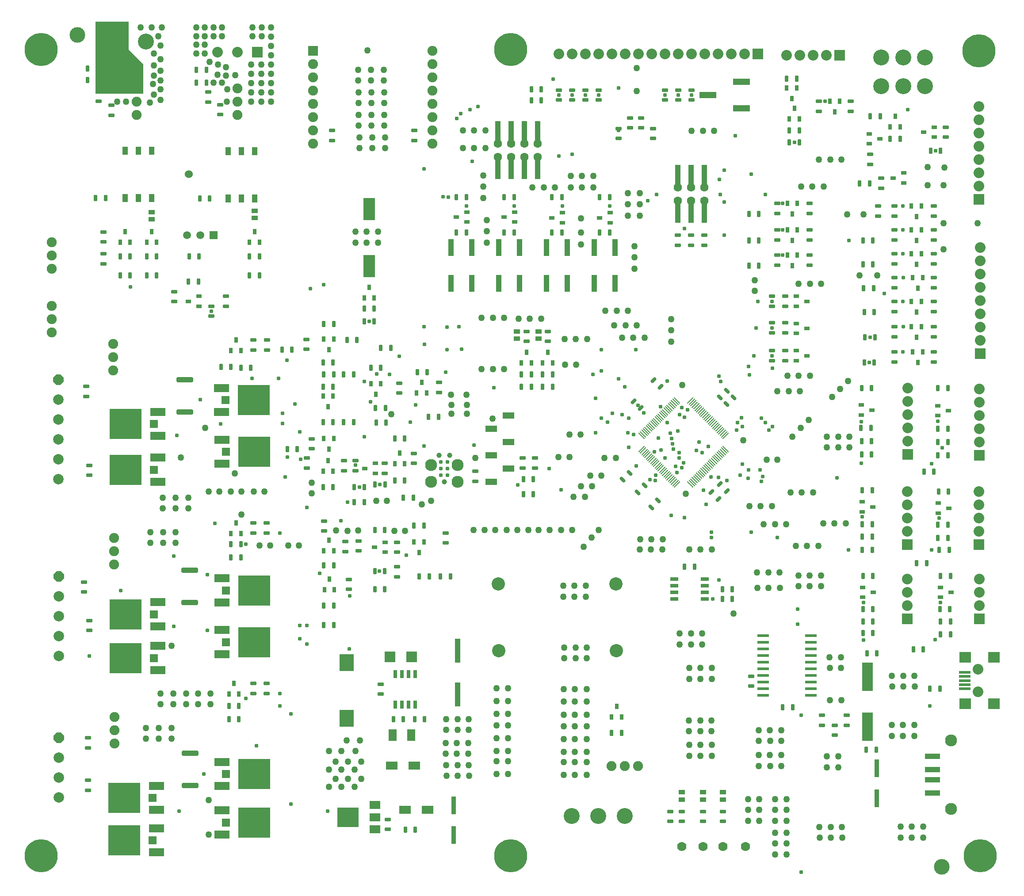
<source format=gts>
G04*
G04 #@! TF.GenerationSoftware,Altium Limited,Altium Designer,20.0.2 (26)*
G04*
G04 Layer_Color=8388736*
%FSLAX25Y25*%
%MOIN*%
G70*
G01*
G75*
G04:AMPARAMS|DCode=21|XSize=27.56mil|YSize=49.21mil|CornerRadius=6.89mil|HoleSize=0mil|Usage=FLASHONLY|Rotation=180.000|XOffset=0mil|YOffset=0mil|HoleType=Round|Shape=RoundedRectangle|*
%AMROUNDEDRECTD21*
21,1,0.02756,0.03543,0,0,180.0*
21,1,0.01378,0.04921,0,0,180.0*
1,1,0.01378,-0.00689,0.01772*
1,1,0.01378,0.00689,0.01772*
1,1,0.01378,0.00689,-0.01772*
1,1,0.01378,-0.00689,-0.01772*
%
%ADD21ROUNDEDRECTD21*%
%ADD22R,0.03543X0.13583*%
%ADD23R,0.09055X0.06299*%
%ADD24R,0.09055X0.02362*%
%ADD25R,0.06000X0.06299*%
%ADD26R,0.11811X0.06299*%
%ADD27R,0.24410X0.22835*%
G04:AMPARAMS|DCode=29|XSize=9mil|YSize=65mil|CornerRadius=0mil|HoleSize=0mil|Usage=FLASHONLY|Rotation=315.000|XOffset=0mil|YOffset=0mil|HoleType=Round|Shape=Rectangle|*
%AMROTATEDRECTD29*
4,1,4,-0.02616,-0.01980,0.01980,0.02616,0.02616,0.01980,-0.01980,-0.02616,-0.02616,-0.01980,0.0*
%
%ADD29ROTATEDRECTD29*%

G04:AMPARAMS|DCode=30|XSize=9mil|YSize=65mil|CornerRadius=0mil|HoleSize=0mil|Usage=FLASHONLY|Rotation=45.000|XOffset=0mil|YOffset=0mil|HoleType=Round|Shape=Rectangle|*
%AMROTATEDRECTD30*
4,1,4,0.01980,-0.02616,-0.02616,0.01980,-0.01980,0.02616,0.02616,-0.01980,0.01980,-0.02616,0.0*
%
%ADD30ROTATEDRECTD30*%

G04:AMPARAMS|DCode=31|XSize=27.56mil|YSize=49.21mil|CornerRadius=6.89mil|HoleSize=0mil|Usage=FLASHONLY|Rotation=45.000|XOffset=0mil|YOffset=0mil|HoleType=Round|Shape=RoundedRectangle|*
%AMROUNDEDRECTD31*
21,1,0.02756,0.03543,0,0,45.0*
21,1,0.01378,0.04921,0,0,45.0*
1,1,0.01378,0.01740,-0.00766*
1,1,0.01378,0.00766,-0.01740*
1,1,0.01378,-0.01740,0.00766*
1,1,0.01378,-0.00766,0.01740*
%
%ADD31ROUNDEDRECTD31*%
G04:AMPARAMS|DCode=32|XSize=27.56mil|YSize=49.21mil|CornerRadius=6.89mil|HoleSize=0mil|Usage=FLASHONLY|Rotation=270.000|XOffset=0mil|YOffset=0mil|HoleType=Round|Shape=RoundedRectangle|*
%AMROUNDEDRECTD32*
21,1,0.02756,0.03543,0,0,270.0*
21,1,0.01378,0.04921,0,0,270.0*
1,1,0.01378,-0.01772,-0.00689*
1,1,0.01378,-0.01772,0.00689*
1,1,0.01378,0.01772,0.00689*
1,1,0.01378,0.01772,-0.00689*
%
%ADD32ROUNDEDRECTD32*%
G04:AMPARAMS|DCode=33|XSize=27.56mil|YSize=49.21mil|CornerRadius=6.89mil|HoleSize=0mil|Usage=FLASHONLY|Rotation=135.000|XOffset=0mil|YOffset=0mil|HoleType=Round|Shape=RoundedRectangle|*
%AMROUNDEDRECTD33*
21,1,0.02756,0.03543,0,0,135.0*
21,1,0.01378,0.04921,0,0,135.0*
1,1,0.01378,0.00766,0.01740*
1,1,0.01378,0.01740,0.00766*
1,1,0.01378,-0.00766,-0.01740*
1,1,0.01378,-0.01740,-0.00766*
%
%ADD33ROUNDEDRECTD33*%
%ADD34R,0.09053X0.01967*%
%ADD35C,0.03100*%
%ADD36R,0.04000X0.03000*%
%ADD37R,0.03000X0.04000*%
%ADD38R,0.09053X0.07873*%
%ADD40R,0.08000X0.08000*%
G04:AMPARAMS|DCode=41|XSize=39.37mil|YSize=125.98mil|CornerRadius=9.84mil|HoleSize=0mil|Usage=FLASHONLY|Rotation=270.000|XOffset=0mil|YOffset=0mil|HoleType=Round|Shape=RoundedRectangle|*
%AMROUNDEDRECTD41*
21,1,0.03937,0.10630,0,0,270.0*
21,1,0.01968,0.12598,0,0,270.0*
1,1,0.01968,-0.05315,-0.00984*
1,1,0.01968,-0.05315,0.00984*
1,1,0.01968,0.05315,0.00984*
1,1,0.01968,0.05315,-0.00984*
%
%ADD41ROUNDEDRECTD41*%
%ADD42R,0.10984X0.12598*%
%ADD43R,0.11339X0.04409*%
%ADD44R,0.07874X0.21654*%
%ADD45R,0.03937X0.16929*%
%ADD46R,0.09055X0.06300*%
%ADD47R,0.06000X0.09000*%
%ADD48R,0.04331X0.18307*%
%ADD49R,0.09055X0.16929*%
%ADD50R,0.08661X0.05000*%
%ADD51R,0.12992X0.04724*%
%ADD52R,0.03937X0.12598*%
%ADD53R,0.08000X0.06000*%
%ADD54R,0.16000X0.15000*%
%ADD55R,0.03030X0.05910*%
%ADD56R,0.03937X0.05984*%
%ADD57R,0.05910X0.03030*%
%ADD58R,0.04945X0.03799*%
%ADD59C,0.11811*%
%ADD60C,0.08000*%
%ADD61C,0.06000*%
%ADD62C,0.09055*%
%ADD63C,0.03900*%
%ADD64C,0.07500*%
%ADD65C,0.10000*%
%ADD66R,0.05906X0.05906*%
%ADD67C,0.05906*%
%ADD68R,0.08000X0.08000*%
%ADD69R,0.07480X0.07480*%
%ADD70C,0.07480*%
%ADD71C,0.06299*%
%ADD72C,0.12000*%
%ADD73C,0.07874*%
%ADD74P,0.08523X8X292.5*%
%ADD75C,0.07000*%
%ADD76C,0.25000*%
%ADD77C,0.05000*%
G36*
X87000Y628000D02*
X98000Y617000D01*
Y594500D01*
X62033Y594500D01*
X61968Y649000D01*
X87000Y649000D01*
Y628000D01*
D02*
G37*
D21*
X294240Y123000D02*
D03*
X286760D02*
D03*
X383260Y373500D02*
D03*
X390740D02*
D03*
X234260Y421000D02*
D03*
X241740D02*
D03*
Y239000D02*
D03*
X234260D02*
D03*
X280303Y300000D02*
D03*
X272823D02*
D03*
X249260Y347000D02*
D03*
X256740D02*
D03*
X233760D02*
D03*
X241240D02*
D03*
X277260Y403000D02*
D03*
X284740D02*
D03*
X251760Y409000D02*
D03*
X259240D02*
D03*
X269760Y388000D02*
D03*
X277240D02*
D03*
X648240Y484000D02*
D03*
X640760D02*
D03*
X648240Y466000D02*
D03*
X640760D02*
D03*
X649240Y392000D02*
D03*
X641760D02*
D03*
X648740Y448000D02*
D03*
X641260D02*
D03*
X649240Y430000D02*
D03*
X641760D02*
D03*
X645740Y527000D02*
D03*
X638260D02*
D03*
X646260Y577500D02*
D03*
X653740D02*
D03*
X649740Y411000D02*
D03*
X642260D02*
D03*
X580260Y132000D02*
D03*
X587740D02*
D03*
X650740Y100000D02*
D03*
X643260Y100000D02*
D03*
X651240Y172500D02*
D03*
X643760D02*
D03*
X449740Y490000D02*
D03*
X442260D02*
D03*
X406260D02*
D03*
X413740D02*
D03*
X377740D02*
D03*
X370260D02*
D03*
X334260D02*
D03*
X341740D02*
D03*
X513740Y238000D02*
D03*
X506260D02*
D03*
X583260Y606000D02*
D03*
X590740D02*
D03*
X706740Y231000D02*
D03*
X699260D02*
D03*
X640760D02*
D03*
X648240D02*
D03*
X647740Y295500D02*
D03*
X640260D02*
D03*
X697760Y294500D02*
D03*
X705240D02*
D03*
X647240Y372500D02*
D03*
X639760D02*
D03*
X697260D02*
D03*
X704740D02*
D03*
X56260Y613500D02*
D03*
X63740D02*
D03*
X138260Y612500D02*
D03*
X145740D02*
D03*
X264760Y423000D02*
D03*
X272240D02*
D03*
X451260Y112500D02*
D03*
X458740D02*
D03*
X178260Y472000D02*
D03*
X185740D02*
D03*
Y457500D02*
D03*
X178260D02*
D03*
X138260Y603000D02*
D03*
X145740D02*
D03*
X140760Y515500D02*
D03*
X148240D02*
D03*
X100760Y472000D02*
D03*
X108240D02*
D03*
X108114Y457500D02*
D03*
X100634D02*
D03*
X63740Y605000D02*
D03*
X56260D02*
D03*
X62260Y516000D02*
D03*
X69740D02*
D03*
X697260Y332000D02*
D03*
X704740D02*
D03*
X639760Y332500D02*
D03*
X647240D02*
D03*
X704740Y322000D02*
D03*
X697260D02*
D03*
X647240Y322500D02*
D03*
X639760D02*
D03*
X704740Y342000D02*
D03*
X697260D02*
D03*
X646740Y342500D02*
D03*
X639260D02*
D03*
X694240Y309500D02*
D03*
X686760D02*
D03*
X697260Y259500D02*
D03*
X704740D02*
D03*
X640260Y260500D02*
D03*
X647740D02*
D03*
X705740Y250500D02*
D03*
X698260D02*
D03*
X647740D02*
D03*
X640260D02*
D03*
X704740Y269500D02*
D03*
X697260D02*
D03*
X647740Y270000D02*
D03*
X640260D02*
D03*
X688740Y240500D02*
D03*
X681260D02*
D03*
X640760Y196500D02*
D03*
X648240D02*
D03*
X699260D02*
D03*
X706740D02*
D03*
X648240Y188000D02*
D03*
X640760D02*
D03*
X706740Y187000D02*
D03*
X699260D02*
D03*
X648240Y206000D02*
D03*
X640760D02*
D03*
X706240D02*
D03*
X698760D02*
D03*
X686240Y175500D02*
D03*
X678760D02*
D03*
X585260Y567000D02*
D03*
X592740D02*
D03*
X585260Y558000D02*
D03*
X592740D02*
D03*
X273260Y357500D02*
D03*
X280740D02*
D03*
X156760Y388500D02*
D03*
X164240D02*
D03*
X281240Y346500D02*
D03*
X273760D02*
D03*
X202760Y401500D02*
D03*
X210240D02*
D03*
X241240Y373500D02*
D03*
X233760D02*
D03*
X179240Y388000D02*
D03*
X171760D02*
D03*
X312240Y384500D02*
D03*
X304760D02*
D03*
X241240Y392000D02*
D03*
X233760D02*
D03*
X234260Y383000D02*
D03*
X241740D02*
D03*
X313260Y351000D02*
D03*
X320740D02*
D03*
X256740Y383000D02*
D03*
X249260D02*
D03*
X171740Y255000D02*
D03*
X164260D02*
D03*
X171740Y245000D02*
D03*
X164260D02*
D03*
X264740Y298000D02*
D03*
X257260D02*
D03*
Y286500D02*
D03*
X264740D02*
D03*
X206760Y326500D02*
D03*
X214240D02*
D03*
X287760Y303000D02*
D03*
X295240D02*
D03*
X233760Y298000D02*
D03*
X241240D02*
D03*
X170240Y133000D02*
D03*
X162760D02*
D03*
X295240Y334500D02*
D03*
X287760D02*
D03*
X170240Y123000D02*
D03*
X162760D02*
D03*
X294260Y290000D02*
D03*
X301740D02*
D03*
X132260Y453000D02*
D03*
X139740D02*
D03*
X272760Y265500D02*
D03*
X280240D02*
D03*
X80760Y472000D02*
D03*
X88240D02*
D03*
Y457500D02*
D03*
X80760D02*
D03*
X280240Y234500D02*
D03*
X272760D02*
D03*
X309740Y269000D02*
D03*
X302260D02*
D03*
X234260Y208500D02*
D03*
X241740D02*
D03*
Y194000D02*
D03*
X234260D02*
D03*
X306260Y230500D02*
D03*
X313740D02*
D03*
X329740D02*
D03*
X322260D02*
D03*
X280240Y221000D02*
D03*
X272760D02*
D03*
X295760Y39500D02*
D03*
X303240D02*
D03*
X302760Y123000D02*
D03*
X310240D02*
D03*
X542240Y213500D02*
D03*
X534760D02*
D03*
X542240Y221000D02*
D03*
X534760D02*
D03*
X399260Y383000D02*
D03*
X406740D02*
D03*
Y373500D02*
D03*
X399260D02*
D03*
X341740Y516500D02*
D03*
X334260D02*
D03*
X377740D02*
D03*
X370260D02*
D03*
X383260Y383000D02*
D03*
X390740D02*
D03*
X392240Y292500D02*
D03*
X384760D02*
D03*
X413740Y516500D02*
D03*
X406260D02*
D03*
X392240Y304000D02*
D03*
X384760D02*
D03*
X264760Y432500D02*
D03*
X272240D02*
D03*
X132654Y472000D02*
D03*
X140134D02*
D03*
X449740Y516500D02*
D03*
X442260D02*
D03*
X691260Y146000D02*
D03*
X698740D02*
D03*
X691760Y551500D02*
D03*
X699240D02*
D03*
X668740Y560500D02*
D03*
X661260D02*
D03*
X554760Y465000D02*
D03*
X562240D02*
D03*
X554760Y484000D02*
D03*
X562240D02*
D03*
X554760Y504000D02*
D03*
X562240D02*
D03*
X390760Y598000D02*
D03*
X398240D02*
D03*
X390760Y589500D02*
D03*
X398240D02*
D03*
D22*
X332000Y57941D02*
D03*
Y35500D02*
D03*
X651000Y63279D02*
D03*
Y85720D02*
D03*
D23*
X295535Y54500D02*
D03*
X312465D02*
D03*
D24*
X601320Y140678D02*
D03*
Y145678D02*
D03*
Y150678D02*
D03*
Y155678D02*
D03*
Y160678D02*
D03*
Y165678D02*
D03*
Y170678D02*
D03*
Y175678D02*
D03*
Y180678D02*
D03*
Y185678D02*
D03*
X565375Y140678D02*
D03*
Y155678D02*
D03*
Y160678D02*
D03*
Y165678D02*
D03*
Y170678D02*
D03*
Y175678D02*
D03*
Y180678D02*
D03*
Y185678D02*
D03*
Y150678D02*
D03*
Y145678D02*
D03*
D25*
X160500Y45000D02*
D03*
X105000Y31500D02*
D03*
Y63500D02*
D03*
X160500Y81500D02*
D03*
Y181000D02*
D03*
X106000Y169000D02*
D03*
Y202000D02*
D03*
X160500Y220000D02*
D03*
X106000Y311000D02*
D03*
Y345500D02*
D03*
X160098Y363484D02*
D03*
X160500Y324500D02*
D03*
D26*
X157402Y54016D02*
D03*
Y35984D02*
D03*
X108098Y40516D02*
D03*
Y22484D02*
D03*
Y54484D02*
D03*
Y72516D02*
D03*
X157402Y72484D02*
D03*
Y90516D02*
D03*
Y190016D02*
D03*
Y171984D02*
D03*
X109098Y178016D02*
D03*
Y159984D02*
D03*
Y192984D02*
D03*
Y211016D02*
D03*
X157402Y210984D02*
D03*
Y229016D02*
D03*
X109098Y301984D02*
D03*
Y320016D02*
D03*
Y354516D02*
D03*
Y336484D02*
D03*
X157000Y372500D02*
D03*
Y354468D02*
D03*
X157402Y315484D02*
D03*
Y333516D02*
D03*
D27*
X181811Y45000D02*
D03*
X83689Y31500D02*
D03*
Y63500D02*
D03*
X181811Y81500D02*
D03*
Y181000D02*
D03*
X84689Y169000D02*
D03*
Y202000D02*
D03*
X181811Y220000D02*
D03*
X84689Y311000D02*
D03*
Y345500D02*
D03*
X181409Y363484D02*
D03*
X181811Y324500D02*
D03*
D29*
X510511Y363236D02*
D03*
X511624Y362123D02*
D03*
X512738Y361009D02*
D03*
X513852Y359896D02*
D03*
X514965Y358782D02*
D03*
X516079Y357668D02*
D03*
X517192Y356555D02*
D03*
X518306Y355441D02*
D03*
X519419Y354328D02*
D03*
X520533Y353214D02*
D03*
X521646Y352101D02*
D03*
X522760Y350987D02*
D03*
X523874Y349874D02*
D03*
X524987Y348760D02*
D03*
X526101Y347646D02*
D03*
X527214Y346533D02*
D03*
X528328Y345419D02*
D03*
X529441Y344306D02*
D03*
X530555Y343192D02*
D03*
X531669Y342079D02*
D03*
X532782Y340965D02*
D03*
X533896Y339852D02*
D03*
X535009Y338738D02*
D03*
X536123Y337625D02*
D03*
X537236Y336511D02*
D03*
X500489Y299764D02*
D03*
X499375Y300877D02*
D03*
X498262Y301991D02*
D03*
X497148Y303104D02*
D03*
X496035Y304218D02*
D03*
X494921Y305331D02*
D03*
X493808Y306445D02*
D03*
X492694Y307559D02*
D03*
X491581Y308672D02*
D03*
X490467Y309786D02*
D03*
X489354Y310899D02*
D03*
X488240Y312013D02*
D03*
X487126Y313126D02*
D03*
X486013Y314240D02*
D03*
X484899Y315353D02*
D03*
X483786Y316467D02*
D03*
X482672Y317581D02*
D03*
X481559Y318694D02*
D03*
X480445Y319808D02*
D03*
X479331Y320921D02*
D03*
X478218Y322035D02*
D03*
X477104Y323148D02*
D03*
X475991Y324262D02*
D03*
X474877Y325376D02*
D03*
X473764Y326489D02*
D03*
D30*
X537236D02*
D03*
X536123Y325376D02*
D03*
X535009Y324262D02*
D03*
X533896Y323148D02*
D03*
X532782Y322035D02*
D03*
X531669Y320921D02*
D03*
X530555Y319808D02*
D03*
X529441Y318694D02*
D03*
X528328Y317581D02*
D03*
X527214Y316467D02*
D03*
X526101Y315353D02*
D03*
X524987Y314240D02*
D03*
X523874Y313126D02*
D03*
X522760Y312013D02*
D03*
X521646Y310899D02*
D03*
X520533Y309786D02*
D03*
X519419Y308672D02*
D03*
X518306Y307559D02*
D03*
X514965Y304218D02*
D03*
X513852Y303104D02*
D03*
X512738Y301991D02*
D03*
X511624Y300877D02*
D03*
X510511Y299764D02*
D03*
X473764Y336511D02*
D03*
X474877Y337625D02*
D03*
X475991Y338738D02*
D03*
X477104Y339852D02*
D03*
X478218Y340965D02*
D03*
X479331Y342079D02*
D03*
X480445Y343192D02*
D03*
X481559Y344306D02*
D03*
X482672Y345419D02*
D03*
X483786Y346533D02*
D03*
X484899Y347646D02*
D03*
X486013Y348760D02*
D03*
X487126Y349874D02*
D03*
X488240Y350987D02*
D03*
X489354Y352101D02*
D03*
X490467Y353214D02*
D03*
X491581Y354328D02*
D03*
X492694Y355441D02*
D03*
X493808Y356555D02*
D03*
X494921Y357668D02*
D03*
X496035Y358782D02*
D03*
X497148Y359896D02*
D03*
X498262Y361009D02*
D03*
X499375Y362123D02*
D03*
X500489Y363236D02*
D03*
X517192Y306445D02*
D03*
X516079Y305331D02*
D03*
D31*
X480974Y282581D02*
D03*
X486264Y287870D02*
D03*
X475971Y299145D02*
D03*
X470682Y293855D02*
D03*
X537855Y360355D02*
D03*
X543145Y365645D02*
D03*
X532855Y365355D02*
D03*
X538145Y370645D02*
D03*
X459355Y303355D02*
D03*
X464645Y308645D02*
D03*
D32*
X121500Y445177D02*
D03*
Y437697D02*
D03*
X654500Y523260D02*
D03*
Y530740D02*
D03*
X289500Y237740D02*
D03*
Y230260D02*
D03*
X234500Y264760D02*
D03*
Y272240D02*
D03*
X289500Y256240D02*
D03*
Y248760D02*
D03*
X280000Y315740D02*
D03*
Y308260D02*
D03*
X646000Y548740D02*
D03*
Y541260D02*
D03*
X652039Y502260D02*
D03*
Y509740D02*
D03*
X694000D02*
D03*
Y502260D02*
D03*
Y484260D02*
D03*
Y491740D02*
D03*
Y473740D02*
D03*
Y466260D02*
D03*
Y448260D02*
D03*
Y455740D02*
D03*
Y437740D02*
D03*
Y430260D02*
D03*
Y411260D02*
D03*
Y418740D02*
D03*
Y399740D02*
D03*
Y392260D02*
D03*
X600500Y511740D02*
D03*
Y504260D02*
D03*
Y484260D02*
D03*
Y491740D02*
D03*
Y472740D02*
D03*
Y465260D02*
D03*
X240500Y566740D02*
D03*
Y559260D02*
D03*
X302500Y566740D02*
D03*
Y559260D02*
D03*
X619501Y118291D02*
D03*
Y110810D02*
D03*
X556500Y147760D02*
D03*
Y155240D02*
D03*
X393500Y312260D02*
D03*
Y319740D02*
D03*
X348500Y309740D02*
D03*
Y302260D02*
D03*
X277000Y141760D02*
D03*
Y149240D02*
D03*
X56500Y101260D02*
D03*
Y108740D02*
D03*
Y69260D02*
D03*
Y76740D02*
D03*
X53500Y218760D02*
D03*
Y226240D02*
D03*
X57500Y189760D02*
D03*
Y197240D02*
D03*
X55000Y366260D02*
D03*
Y373740D02*
D03*
X57500Y306823D02*
D03*
Y314303D02*
D03*
X631500Y588740D02*
D03*
Y581260D02*
D03*
X384000Y319740D02*
D03*
Y312260D02*
D03*
X511500Y589760D02*
D03*
Y597240D02*
D03*
X501500Y589760D02*
D03*
Y597240D02*
D03*
X491500Y589760D02*
D03*
Y597240D02*
D03*
X441500Y589760D02*
D03*
Y597240D02*
D03*
X431500Y589760D02*
D03*
Y597240D02*
D03*
X421500Y589760D02*
D03*
Y597240D02*
D03*
X411500Y589760D02*
D03*
Y597240D02*
D03*
X495500Y45760D02*
D03*
Y53240D02*
D03*
X147000Y595740D02*
D03*
Y588260D02*
D03*
X156000Y578760D02*
D03*
Y586240D02*
D03*
X64500Y596240D02*
D03*
Y588760D02*
D03*
X74000Y578260D02*
D03*
Y585740D02*
D03*
X607500Y581260D02*
D03*
Y588740D02*
D03*
X221000Y401760D02*
D03*
Y409240D02*
D03*
X291000Y376240D02*
D03*
Y368760D02*
D03*
X181000Y408740D02*
D03*
Y401260D02*
D03*
X321000Y376740D02*
D03*
Y369260D02*
D03*
X191500Y401260D02*
D03*
Y408740D02*
D03*
X181000Y270740D02*
D03*
Y263260D02*
D03*
X225000Y326760D02*
D03*
Y334240D02*
D03*
X191000Y263260D02*
D03*
Y270740D02*
D03*
X221500Y319740D02*
D03*
Y312260D02*
D03*
X181000Y149740D02*
D03*
Y142260D02*
D03*
X302000Y323240D02*
D03*
Y315760D02*
D03*
X249500Y317740D02*
D03*
Y310260D02*
D03*
X258000Y317740D02*
D03*
Y310260D02*
D03*
X191000Y142260D02*
D03*
Y149740D02*
D03*
X149500Y426760D02*
D03*
Y434240D02*
D03*
X160500Y441740D02*
D03*
Y434260D02*
D03*
X250500Y256740D02*
D03*
Y249260D02*
D03*
X260500Y249760D02*
D03*
Y257240D02*
D03*
X68000Y490240D02*
D03*
Y482760D02*
D03*
X326000Y263240D02*
D03*
Y255760D02*
D03*
X68000Y466260D02*
D03*
Y473740D02*
D03*
X253000Y228240D02*
D03*
Y220760D02*
D03*
X535000Y45760D02*
D03*
Y53240D02*
D03*
X520000Y45760D02*
D03*
Y53240D02*
D03*
X504000Y45760D02*
D03*
Y53240D02*
D03*
X282500Y47240D02*
D03*
Y39760D02*
D03*
X403000Y415240D02*
D03*
Y407760D02*
D03*
X387000Y415240D02*
D03*
Y407760D02*
D03*
X501000Y480260D02*
D03*
Y487740D02*
D03*
X511000Y480260D02*
D03*
Y487740D02*
D03*
X521000Y480260D02*
D03*
X521000Y487740D02*
D03*
X628300Y125803D02*
D03*
Y118323D02*
D03*
X609724Y125740D02*
D03*
Y118260D02*
D03*
X703000Y569240D02*
D03*
Y561760D02*
D03*
X582000Y400740D02*
D03*
Y393260D02*
D03*
Y421740D02*
D03*
Y414260D02*
D03*
Y441740D02*
D03*
Y434260D02*
D03*
X572000Y393260D02*
D03*
Y400740D02*
D03*
Y414260D02*
D03*
Y421740D02*
D03*
Y434260D02*
D03*
Y441740D02*
D03*
X576000Y465260D02*
D03*
Y472740D02*
D03*
Y484260D02*
D03*
Y491740D02*
D03*
Y504260D02*
D03*
Y511740D02*
D03*
X664500Y392260D02*
D03*
Y399740D02*
D03*
Y411260D02*
D03*
Y418740D02*
D03*
Y430260D02*
D03*
Y437740D02*
D03*
Y448260D02*
D03*
Y455740D02*
D03*
Y466260D02*
D03*
Y473740D02*
D03*
Y484260D02*
D03*
Y491740D02*
D03*
Y502260D02*
D03*
Y509740D02*
D03*
X456500Y568240D02*
D03*
Y560760D02*
D03*
X482500Y568240D02*
D03*
Y560760D02*
D03*
X465000Y568760D02*
D03*
Y576240D02*
D03*
X473500Y568760D02*
D03*
X473500Y576240D02*
D03*
D33*
X532855Y300145D02*
D03*
X538145Y294855D02*
D03*
X526355Y294145D02*
D03*
X531645Y288855D02*
D03*
X482855Y378645D02*
D03*
X488145Y373355D02*
D03*
X473145Y357355D02*
D03*
X467855Y362645D02*
D03*
D34*
X717500Y148853D02*
D03*
Y152000D02*
D03*
Y155147D02*
D03*
Y145707D02*
D03*
Y158293D02*
D03*
D35*
X327500Y307000D02*
D03*
X322500D02*
D03*
Y312000D02*
D03*
Y317000D02*
D03*
X327500Y312000D02*
D03*
Y317000D02*
D03*
X491500Y320000D02*
D03*
X488500Y326000D02*
D03*
X483500Y324500D02*
D03*
X380506Y299476D02*
D03*
X291000Y396500D02*
D03*
X464000Y328000D02*
D03*
X463500Y339000D02*
D03*
X464000Y350000D02*
D03*
X443500D02*
D03*
X448000Y347000D02*
D03*
X459202Y352560D02*
D03*
X505316Y316200D02*
D03*
X515108Y325500D02*
D03*
X519500Y324000D02*
D03*
X504000Y312500D02*
D03*
X499500Y313500D02*
D03*
X517000Y332000D02*
D03*
X506000Y350500D02*
D03*
X508303Y356196D02*
D03*
X524220Y328377D02*
D03*
X532500Y530000D02*
D03*
X421500Y549000D02*
D03*
X411500Y547500D02*
D03*
X549889Y343596D02*
D03*
X545500Y341000D02*
D03*
X546000Y346500D02*
D03*
X549056Y350095D02*
D03*
X569911Y340965D02*
D03*
X591500Y206000D02*
D03*
Y194500D02*
D03*
X536100Y512800D02*
D03*
X532000Y381500D02*
D03*
X558500Y397000D02*
D03*
X485000Y518600D02*
D03*
X533250D02*
D03*
X567200D02*
D03*
X556300Y533700D02*
D03*
X641000Y182500D02*
D03*
X461000Y373500D02*
D03*
X533500Y377500D02*
D03*
X526166Y305597D02*
D03*
X520500Y295500D02*
D03*
X526500Y264000D02*
D03*
X576067Y260000D02*
D03*
X556500Y264000D02*
D03*
X88500Y449000D02*
D03*
X501000Y340222D02*
D03*
X554600Y310899D02*
D03*
X563000Y311000D02*
D03*
X146500Y190000D02*
D03*
Y232000D02*
D03*
X247039Y272436D02*
D03*
X274000Y383250D02*
D03*
X283877Y383000D02*
D03*
X437000Y383000D02*
D03*
X506000Y275000D02*
D03*
X621000Y305000D02*
D03*
X572596Y387360D02*
D03*
X555051Y382403D02*
D03*
X554500Y389000D02*
D03*
X692500Y315500D02*
D03*
X532232Y227783D02*
D03*
X413000Y296000D02*
D03*
X216791Y318796D02*
D03*
X258000Y314500D02*
D03*
X296500Y246500D02*
D03*
X216000Y339500D02*
D03*
X212500Y360500D02*
D03*
X560000Y418000D02*
D03*
X572000Y438000D02*
D03*
X580162Y511862D02*
D03*
X456500Y567000D02*
D03*
X175500Y138500D02*
D03*
X121038Y245814D02*
D03*
X152098Y270500D02*
D03*
X81000Y220000D02*
D03*
X469558Y401500D02*
D03*
X443500D02*
D03*
X443586Y385537D02*
D03*
X456500Y379500D02*
D03*
X224000Y447500D02*
D03*
X175531Y255000D02*
D03*
X251960Y286500D02*
D03*
X260999Y298000D02*
D03*
X269394Y362130D02*
D03*
X303500Y360000D02*
D03*
X439000Y365000D02*
D03*
Y339000D02*
D03*
X451696Y353500D02*
D03*
X471000Y359500D02*
D03*
X493000Y346500D02*
D03*
X495500Y338500D02*
D03*
X493058Y378000D02*
D03*
X538000Y303000D02*
D03*
X554000Y304500D02*
D03*
X549933Y315332D02*
D03*
X522337Y284832D02*
D03*
X531881Y305331D02*
D03*
X496035Y276476D02*
D03*
X500390Y308797D02*
D03*
X480000Y303500D02*
D03*
X484009Y302822D02*
D03*
X469938Y313755D02*
D03*
X404000Y312000D02*
D03*
X692500Y250500D02*
D03*
X629766D02*
D03*
X565133Y306001D02*
D03*
X564134Y349874D02*
D03*
X567160Y346533D02*
D03*
X526500Y260000D02*
D03*
X502140Y319808D02*
D03*
X346000Y543500D02*
D03*
X328000Y516500D02*
D03*
X183500Y103000D02*
D03*
X276000Y234500D02*
D03*
X253750Y215900D02*
D03*
X253500Y176000D02*
D03*
X221500Y193500D02*
D03*
X216000Y183500D02*
D03*
X221500Y179500D02*
D03*
X209500Y59000D02*
D03*
Y127000D02*
D03*
X221500Y282500D02*
D03*
X121000Y193000D02*
D03*
X205000Y305500D02*
D03*
X125000Y53500D02*
D03*
X143750Y81500D02*
D03*
X484500Y307000D02*
D03*
X231043Y232958D02*
D03*
X180000Y380000D02*
D03*
X200000D02*
D03*
X141098Y363968D02*
D03*
X123500Y337000D02*
D03*
X203000Y346000D02*
D03*
X206760Y320500D02*
D03*
X203000Y353500D02*
D03*
X156482Y345500D02*
D03*
X216000Y193500D02*
D03*
X362400Y372999D02*
D03*
X338000Y402000D02*
D03*
X336000Y418716D02*
D03*
X467717Y337608D02*
D03*
X544500Y563000D02*
D03*
X536000Y537000D02*
D03*
X478500Y514000D02*
D03*
X337500Y579500D02*
D03*
X334500Y576000D02*
D03*
X201000Y133000D02*
D03*
X475500Y354000D02*
D03*
X486500Y335000D02*
D03*
X264760Y377488D02*
D03*
X327000Y418500D02*
D03*
X310000Y405500D02*
D03*
X326000Y384500D02*
D03*
X347500Y329500D02*
D03*
X309745Y328960D02*
D03*
X276564Y300000D02*
D03*
X324000Y517000D02*
D03*
X309862Y537754D02*
D03*
X327000Y401500D02*
D03*
X488000Y358500D02*
D03*
X309862Y418716D02*
D03*
X344500Y582500D02*
D03*
X502500Y352500D02*
D03*
X504000Y358000D02*
D03*
X639513Y315750D02*
D03*
X700606Y327500D02*
D03*
X695501Y551500D02*
D03*
X497786Y326618D02*
D03*
X536000Y488000D02*
D03*
X561500Y438000D02*
D03*
X589001Y558000D02*
D03*
X496543Y334500D02*
D03*
X497148Y330611D02*
D03*
X502000Y324000D02*
D03*
X630000Y484000D02*
D03*
X234062Y450539D02*
D03*
X414000Y510000D02*
D03*
X506000Y493000D02*
D03*
X350500Y585000D02*
D03*
X441500Y593501D02*
D03*
X411500D02*
D03*
X421500D02*
D03*
X431500D02*
D03*
X268501Y423000D02*
D03*
X548000Y307000D02*
D03*
X572000Y397001D02*
D03*
Y418001D02*
D03*
X572596Y343596D02*
D03*
X149500Y430501D02*
D03*
X646001Y411000D02*
D03*
X645501Y392000D02*
D03*
X564134Y302190D02*
D03*
X656866Y443984D02*
D03*
X449870Y510000D02*
D03*
X456501Y598839D02*
D03*
X491500Y593501D02*
D03*
X501500D02*
D03*
X511500D02*
D03*
X594000Y7500D02*
D03*
Y125937D02*
D03*
X527455Y213500D02*
D03*
X695000Y183000D02*
D03*
X691063Y132937D02*
D03*
X639500Y347272D02*
D03*
X698260Y274500D02*
D03*
X612000Y589000D02*
D03*
X641000Y211000D02*
D03*
X699000D02*
D03*
X697000Y347500D02*
D03*
X640000Y275500D02*
D03*
X670844Y399870D02*
D03*
X671000Y419000D02*
D03*
X670844Y437870D02*
D03*
X671000Y456000D02*
D03*
X670844Y473870D02*
D03*
Y491870D02*
D03*
Y509761D02*
D03*
X580093Y472870D02*
D03*
Y491870D02*
D03*
X377870Y510000D02*
D03*
X341870D02*
D03*
X299539Y346942D02*
D03*
X264760Y335776D02*
D03*
X206501Y393500D02*
D03*
X237000Y53500D02*
D03*
X201000Y142260D02*
D03*
Y263064D02*
D03*
X57433Y170500D02*
D03*
X674500Y582500D02*
D03*
X407000Y605500D02*
D03*
D36*
X663500Y531000D02*
D03*
X671500Y527250D02*
D03*
Y534750D02*
D03*
X653500Y560500D02*
D03*
X645500Y564250D02*
D03*
Y556750D02*
D03*
X273000Y315750D02*
D03*
Y308250D02*
D03*
X265000Y312000D02*
D03*
X140000Y441750D02*
D03*
Y434250D02*
D03*
X132000Y438000D02*
D03*
X280500Y256250D02*
D03*
Y248750D02*
D03*
X272500Y252500D02*
D03*
X590500Y393250D02*
D03*
Y400750D02*
D03*
X598500Y397000D02*
D03*
X590500Y413750D02*
D03*
Y421250D02*
D03*
X598500Y417500D02*
D03*
X590500Y434250D02*
D03*
Y441750D02*
D03*
X598500Y438000D02*
D03*
X694500Y569250D02*
D03*
Y561750D02*
D03*
X686500Y565500D02*
D03*
X334000Y501500D02*
D03*
X342000Y497750D02*
D03*
Y505250D02*
D03*
X378000D02*
D03*
Y497750D02*
D03*
X370000Y501500D02*
D03*
X406000Y501000D02*
D03*
X414000Y497250D02*
D03*
Y504750D02*
D03*
X707000Y218500D02*
D03*
X699000Y222250D02*
D03*
Y214750D02*
D03*
X640500D02*
D03*
Y222250D02*
D03*
X648500Y218500D02*
D03*
X648000Y283000D02*
D03*
X640000Y286750D02*
D03*
Y279250D02*
D03*
X697500Y278250D02*
D03*
Y285750D02*
D03*
X705500Y282000D02*
D03*
X647500Y356000D02*
D03*
X639500Y359750D02*
D03*
Y352250D02*
D03*
X697000Y351750D02*
D03*
Y359250D02*
D03*
X705000Y355500D02*
D03*
X442000Y501000D02*
D03*
X450000Y497250D02*
D03*
Y504750D02*
D03*
D37*
X668750Y569500D02*
D03*
X661250D02*
D03*
X665000Y577500D02*
D03*
X185750Y482500D02*
D03*
X178250D02*
D03*
X182000Y490500D02*
D03*
X108250Y482500D02*
D03*
X100750D02*
D03*
X104500Y490500D02*
D03*
X592750Y575500D02*
D03*
X585250D02*
D03*
X589000Y583500D02*
D03*
X234250Y409500D02*
D03*
X241750D02*
D03*
X238000Y401500D02*
D03*
X269750Y376000D02*
D03*
X277250D02*
D03*
X273500Y368000D02*
D03*
X171750Y401000D02*
D03*
X164250D02*
D03*
X168000Y409000D02*
D03*
X233750Y366500D02*
D03*
X241250D02*
D03*
X237500Y358500D02*
D03*
X311750Y369000D02*
D03*
X304250D02*
D03*
X308000Y377000D02*
D03*
X171750Y263000D02*
D03*
X164250D02*
D03*
X168000Y271000D02*
D03*
X234250Y334500D02*
D03*
X241750D02*
D03*
X238000Y326500D02*
D03*
X170250Y142000D02*
D03*
X162750D02*
D03*
X166500Y150000D02*
D03*
X241250Y310000D02*
D03*
X233750D02*
D03*
X237500Y318000D02*
D03*
X295250Y315500D02*
D03*
X287750D02*
D03*
X291500Y323500D02*
D03*
X241750Y250000D02*
D03*
X234250D02*
D03*
X238000Y258000D02*
D03*
X88250Y482500D02*
D03*
X80750D02*
D03*
X84500Y490500D02*
D03*
X302250Y256500D02*
D03*
X309750D02*
D03*
X306000Y248500D02*
D03*
X406750Y391500D02*
D03*
X399250D02*
D03*
X403000Y399500D02*
D03*
X390750Y391500D02*
D03*
X383250D02*
D03*
X387000Y399500D02*
D03*
X272250Y440500D02*
D03*
X264750D02*
D03*
X268500Y448500D02*
D03*
X242250Y220500D02*
D03*
X234750D02*
D03*
X238500Y228500D02*
D03*
X587000Y591000D02*
D03*
X590750Y599000D02*
D03*
X583250D02*
D03*
X677250Y510000D02*
D03*
X684750D02*
D03*
X681000Y502000D02*
D03*
Y484000D02*
D03*
X684750Y492000D02*
D03*
X677250D02*
D03*
Y474000D02*
D03*
X684750D02*
D03*
X681000Y466000D02*
D03*
X682000Y448000D02*
D03*
X685750Y456000D02*
D03*
X678250D02*
D03*
X677250Y438000D02*
D03*
X684750D02*
D03*
X681000Y430000D02*
D03*
Y411000D02*
D03*
X684750Y419000D02*
D03*
X677250D02*
D03*
X678250Y400000D02*
D03*
X685750D02*
D03*
X682000Y392000D02*
D03*
X587500Y504000D02*
D03*
X591250Y512000D02*
D03*
X583750D02*
D03*
Y492000D02*
D03*
X591250D02*
D03*
X587500Y484000D02*
D03*
Y465000D02*
D03*
X591250Y473000D02*
D03*
X583750D02*
D03*
X615750Y589000D02*
D03*
X623250D02*
D03*
X619500Y581000D02*
D03*
X458750Y124500D02*
D03*
X451250D02*
D03*
X455000Y132500D02*
D03*
D38*
X717697Y169503D02*
D03*
X739330D02*
D03*
Y134497D02*
D03*
X717697D02*
D03*
D40*
X283960Y170000D02*
D03*
X300500D02*
D03*
X184000Y626000D02*
D03*
X561500Y624500D02*
D03*
X623000Y623500D02*
D03*
D41*
X133000Y235205D02*
D03*
Y210795D02*
D03*
X129500Y354500D02*
D03*
Y378909D02*
D03*
X133500Y72795D02*
D03*
Y97205D02*
D03*
D42*
X251500Y165366D02*
D03*
Y123634D02*
D03*
D43*
X693000Y84937D02*
D03*
Y94779D02*
D03*
Y67220D02*
D03*
Y77063D02*
D03*
D44*
X644000Y117299D02*
D03*
X644000Y154701D02*
D03*
D45*
X365500Y538417D02*
D03*
X375500D02*
D03*
X385500D02*
D03*
X395500D02*
D03*
D03*
X365500Y565583D02*
D03*
X375500D02*
D03*
X385500D02*
D03*
X395500D02*
D03*
X521000Y532583D02*
D03*
X511000D02*
D03*
X501000D02*
D03*
D03*
X521000Y505417D02*
D03*
X511000D02*
D03*
X501000D02*
D03*
D46*
X285535Y88000D02*
D03*
X302465D02*
D03*
D47*
X286000Y111000D02*
D03*
X300000D02*
D03*
D48*
X335000Y141563D02*
D03*
Y174437D02*
D03*
D49*
X268500Y464347D02*
D03*
Y507654D02*
D03*
D50*
X373496Y352000D02*
D03*
X360504Y342000D02*
D03*
X373496Y332000D02*
D03*
X360504Y322000D02*
D03*
X373496Y312000D02*
D03*
X360504Y302000D02*
D03*
D03*
D51*
X549098Y603500D02*
D03*
Y583500D02*
D03*
X523902Y593500D02*
D03*
D52*
X345874Y451614D02*
D03*
Y478386D02*
D03*
X330126Y451614D02*
D03*
Y478386D02*
D03*
X366126D02*
D03*
Y451614D02*
D03*
X381874Y478386D02*
D03*
Y451614D02*
D03*
X438126Y478386D02*
D03*
Y451614D02*
D03*
X453874Y478386D02*
D03*
Y451614D02*
D03*
X402126Y478386D02*
D03*
Y451614D02*
D03*
X417874Y478386D02*
D03*
Y451614D02*
D03*
D53*
X272750Y39940D02*
D03*
Y49000D02*
D03*
Y58060D02*
D03*
D54*
X252500Y49000D02*
D03*
D55*
X288000Y134000D02*
D03*
X293000D02*
D03*
X298000D02*
D03*
X303000D02*
D03*
Y157000D02*
D03*
X298000D02*
D03*
X293000D02*
D03*
X288000D02*
D03*
D56*
X162000Y515492D02*
D03*
X172039Y515394D02*
D03*
X181980Y515394D02*
D03*
X162000Y551122D02*
D03*
X172039D02*
D03*
X181980Y551122D02*
D03*
X104480Y551622D02*
D03*
X94539D02*
D03*
X84500D02*
D03*
X104480Y515894D02*
D03*
X94539Y515894D02*
D03*
X84500Y515992D02*
D03*
D57*
X521500Y228500D02*
D03*
X521500Y223500D02*
D03*
Y218500D02*
D03*
Y213500D02*
D03*
X498500Y213500D02*
D03*
X498500Y218500D02*
D03*
X498500Y223500D02*
D03*
Y228500D02*
D03*
D58*
X379906Y415216D02*
D03*
Y409783D02*
D03*
X396000Y409784D02*
D03*
Y415216D02*
D03*
X504000Y67716D02*
D03*
Y62283D02*
D03*
X520000D02*
D03*
Y67716D02*
D03*
X535000D02*
D03*
Y62283D02*
D03*
X104500Y505217D02*
D03*
Y499784D02*
D03*
X182000Y500783D02*
D03*
Y506216D02*
D03*
D59*
X48500Y639000D02*
D03*
X700000Y11500D02*
D03*
D60*
X169000Y626000D02*
D03*
X154000D02*
D03*
X727530Y160653D02*
D03*
Y143347D02*
D03*
X411500Y624500D02*
D03*
X421500D02*
D03*
X431500Y624500D02*
D03*
X441500Y624500D02*
D03*
X451500Y624500D02*
D03*
X461500Y624500D02*
D03*
X471500D02*
D03*
X481500Y624500D02*
D03*
X491500D02*
D03*
X501500Y624500D02*
D03*
X511500D02*
D03*
X521500Y624500D02*
D03*
X531500D02*
D03*
X541500D02*
D03*
X551500Y624500D02*
D03*
X728500Y372000D02*
D03*
Y362000D02*
D03*
Y352000D02*
D03*
Y342000D02*
D03*
Y332000D02*
D03*
X729000Y408500D02*
D03*
Y478500D02*
D03*
Y468500D02*
D03*
Y458500D02*
D03*
Y448500D02*
D03*
Y438500D02*
D03*
Y428500D02*
D03*
Y418500D02*
D03*
X583000Y623500D02*
D03*
X593000D02*
D03*
X603000D02*
D03*
X613000D02*
D03*
X728000Y585000D02*
D03*
Y575000D02*
D03*
Y565000D02*
D03*
Y555000D02*
D03*
Y545000D02*
D03*
Y535000D02*
D03*
Y525000D02*
D03*
X674500Y372500D02*
D03*
Y362500D02*
D03*
Y352500D02*
D03*
Y342500D02*
D03*
Y332500D02*
D03*
X674000Y294500D02*
D03*
Y284500D02*
D03*
Y274500D02*
D03*
Y264500D02*
D03*
X728000Y294500D02*
D03*
Y284500D02*
D03*
Y274500D02*
D03*
Y264500D02*
D03*
X728500Y228500D02*
D03*
Y218500D02*
D03*
Y208500D02*
D03*
X674000Y228500D02*
D03*
Y218500D02*
D03*
Y208500D02*
D03*
D61*
X132564Y533874D02*
D03*
D62*
X335000Y314500D02*
D03*
X315000D02*
D03*
X335000Y302000D02*
D03*
X315000D02*
D03*
X707094Y55134D02*
D03*
Y106866D02*
D03*
D63*
X325000Y302000D02*
D03*
X321000Y322000D02*
D03*
X329000D02*
D03*
D64*
X75500Y386000D02*
D03*
Y396000D02*
D03*
Y406000D02*
D03*
X93000Y598500D02*
D03*
Y588500D02*
D03*
Y578500D02*
D03*
X169000Y598500D02*
D03*
Y588500D02*
D03*
Y578500D02*
D03*
X76000Y239500D02*
D03*
Y249500D02*
D03*
Y259500D02*
D03*
X76500Y104500D02*
D03*
Y114500D02*
D03*
Y124500D02*
D03*
X29000Y414500D02*
D03*
Y424500D02*
D03*
Y434500D02*
D03*
Y462500D02*
D03*
Y472500D02*
D03*
Y482500D02*
D03*
X471000Y87500D02*
D03*
X461000D02*
D03*
X451000D02*
D03*
D65*
X366210Y174500D02*
D03*
X454790D02*
D03*
X454290Y225000D02*
D03*
X365710D02*
D03*
D66*
X151000Y488000D02*
D03*
D67*
X141000D02*
D03*
X131000D02*
D03*
D68*
X728500Y322000D02*
D03*
X729000Y398500D02*
D03*
X728000Y515000D02*
D03*
X674500Y322500D02*
D03*
X674000Y254500D02*
D03*
X728000D02*
D03*
X728500Y198500D02*
D03*
X674000D02*
D03*
D69*
X226000Y627000D02*
D03*
D70*
Y617000D02*
D03*
Y607000D02*
D03*
Y597000D02*
D03*
Y587000D02*
D03*
Y577000D02*
D03*
Y567000D02*
D03*
Y557000D02*
D03*
X316000D02*
D03*
Y567000D02*
D03*
Y577000D02*
D03*
Y587000D02*
D03*
Y597000D02*
D03*
Y607000D02*
D03*
Y617000D02*
D03*
Y627000D02*
D03*
D71*
X365500Y547000D02*
D03*
Y557000D02*
D03*
X375500Y547000D02*
D03*
Y557000D02*
D03*
X385500Y547000D02*
D03*
Y557000D02*
D03*
X395500D02*
D03*
Y547000D02*
D03*
X521000Y524000D02*
D03*
Y514000D02*
D03*
X511000Y524000D02*
D03*
Y514000D02*
D03*
X501000Y524000D02*
D03*
Y514000D02*
D03*
D72*
X100000Y634000D02*
D03*
X80000D02*
D03*
X654465Y621827D02*
D03*
X671000D02*
D03*
X687535D02*
D03*
Y600173D02*
D03*
X671000D02*
D03*
X654465D02*
D03*
X421000Y50000D02*
D03*
X441000D02*
D03*
X461000D02*
D03*
D73*
X34500Y64000D02*
D03*
Y94000D02*
D03*
Y79000D02*
D03*
Y200500D02*
D03*
Y215500D02*
D03*
Y185500D02*
D03*
Y170500D02*
D03*
X34000Y319000D02*
D03*
Y334000D02*
D03*
Y364000D02*
D03*
Y349000D02*
D03*
Y304000D02*
D03*
D74*
X34500Y109000D02*
D03*
Y230500D02*
D03*
X34000Y379000D02*
D03*
D75*
X552000Y27000D02*
D03*
X535000D02*
D03*
X520000D02*
D03*
X504000D02*
D03*
D76*
X375000Y20000D02*
D03*
X21000Y628000D02*
D03*
X375000D02*
D03*
X729000Y20000D02*
D03*
X728000Y627000D02*
D03*
X21000Y20000D02*
D03*
D77*
X430124Y253000D02*
D03*
X361500Y349641D02*
D03*
X139324Y142260D02*
D03*
X148911Y134260D02*
D03*
Y142260D02*
D03*
X139324Y134260D02*
D03*
X468551Y462539D02*
D03*
Y479539D02*
D03*
Y471039D02*
D03*
X357000Y482300D02*
D03*
Y499300D02*
D03*
Y490800D02*
D03*
X354500Y516000D02*
D03*
Y533000D02*
D03*
Y524500D02*
D03*
X339000Y553500D02*
D03*
X356000D02*
D03*
X347500D02*
D03*
X339000Y567000D02*
D03*
X356000D02*
D03*
X347500D02*
D03*
X391500Y524000D02*
D03*
X408500D02*
D03*
X400000D02*
D03*
X420329D02*
D03*
X437329D02*
D03*
X428829D02*
D03*
X511500Y566595D02*
D03*
X528500D02*
D03*
X520000D02*
D03*
X472350Y502518D02*
D03*
Y519518D02*
D03*
Y511018D02*
D03*
X463350Y502518D02*
D03*
Y519518D02*
D03*
Y511018D02*
D03*
X330248Y367478D02*
D03*
X341937D02*
D03*
X330311Y353280D02*
D03*
X342000D02*
D03*
X467524Y410500D02*
D03*
X459024D02*
D03*
X476024D02*
D03*
X496035Y416062D02*
D03*
Y424562D02*
D03*
Y407562D02*
D03*
X428829Y532583D02*
D03*
X437329D02*
D03*
X420329D02*
D03*
X616063Y545001D02*
D03*
X624563D02*
D03*
X607563D02*
D03*
X602606Y524539D02*
D03*
X611106D02*
D03*
X594106D02*
D03*
X600620Y451150D02*
D03*
X609120D02*
D03*
X592120D02*
D03*
X574300Y270000D02*
D03*
X582800D02*
D03*
X565800D02*
D03*
X569500Y222000D02*
D03*
X578000D02*
D03*
X561000D02*
D03*
X569300Y233461D02*
D03*
X577800D02*
D03*
X560800D02*
D03*
X598500Y253500D02*
D03*
X607000D02*
D03*
X590000D02*
D03*
X619177Y270563D02*
D03*
X627677D02*
D03*
X610677D02*
D03*
X622073Y86580D02*
D03*
X613573D02*
D03*
X622011Y94779D02*
D03*
X613511D02*
D03*
X624366Y137249D02*
D03*
X615866D02*
D03*
X583000Y37063D02*
D03*
X574500D02*
D03*
X583000Y29125D02*
D03*
X574500D02*
D03*
X583000Y20688D02*
D03*
X574500D02*
D03*
X583000Y62610D02*
D03*
X574500D02*
D03*
X583000Y54672D02*
D03*
X574500D02*
D03*
X583000Y46235D02*
D03*
X574500D02*
D03*
X562150Y87519D02*
D03*
X579150D02*
D03*
X570650D02*
D03*
X562088Y95719D02*
D03*
X579088D02*
D03*
X570588D02*
D03*
X615606Y169628D02*
D03*
X624106D02*
D03*
X615668Y161428D02*
D03*
X624168D02*
D03*
X504287Y374808D02*
D03*
X267158Y627200D02*
D03*
X172200Y277200D02*
D03*
X167200Y308202D02*
D03*
X144648Y342400D02*
D03*
X147488Y61774D02*
D03*
X507042Y292904D02*
D03*
X550599Y333174D02*
D03*
X470200Y613800D02*
D03*
Y596500D02*
D03*
X559000Y453800D02*
D03*
X559100Y445700D02*
D03*
X258062Y482300D02*
D03*
X275062D02*
D03*
X266562D02*
D03*
X258000Y490500D02*
D03*
X275000D02*
D03*
X266500D02*
D03*
X326624Y80019D02*
D03*
X343624D02*
D03*
X335124D02*
D03*
X326562Y88219D02*
D03*
X343562D02*
D03*
X335062D02*
D03*
X326062Y96800D02*
D03*
X343062D02*
D03*
X334562D02*
D03*
X326000Y105000D02*
D03*
X343000D02*
D03*
X334500D02*
D03*
X326562Y114800D02*
D03*
X343562D02*
D03*
X335062D02*
D03*
X326500Y123000D02*
D03*
X343500D02*
D03*
X335000D02*
D03*
X509562Y113800D02*
D03*
X526562D02*
D03*
X518062D02*
D03*
X509500Y122000D02*
D03*
X526500D02*
D03*
X518000D02*
D03*
X509703Y95300D02*
D03*
X526704D02*
D03*
X518203D02*
D03*
X509642Y103500D02*
D03*
X526642D02*
D03*
X518142D02*
D03*
X509703Y153313D02*
D03*
X526704D02*
D03*
X518203D02*
D03*
X509642Y161513D02*
D03*
X526642D02*
D03*
X518142D02*
D03*
X662632Y147428D02*
D03*
X679632D02*
D03*
X671132D02*
D03*
X662570Y155628D02*
D03*
X679570D02*
D03*
X671070D02*
D03*
X669066Y33637D02*
D03*
X686066D02*
D03*
X677566D02*
D03*
X669004Y41837D02*
D03*
X686004D02*
D03*
X677504D02*
D03*
X608004Y33387D02*
D03*
X625004D02*
D03*
X616504D02*
D03*
X607942Y41587D02*
D03*
X624942D02*
D03*
X616442D02*
D03*
X424000Y176994D02*
D03*
X432500D02*
D03*
X415500D02*
D03*
X424062Y168794D02*
D03*
X432562D02*
D03*
X415562D02*
D03*
X423124Y223500D02*
D03*
X431624D02*
D03*
X414624D02*
D03*
X423186Y215300D02*
D03*
X431686D02*
D03*
X414686D02*
D03*
X670799Y118500D02*
D03*
X679299D02*
D03*
X662299D02*
D03*
X670861Y110300D02*
D03*
X679361D02*
D03*
X662361D02*
D03*
X570588Y114550D02*
D03*
X579088D02*
D03*
X562088D02*
D03*
X570650Y106350D02*
D03*
X579150D02*
D03*
X562150D02*
D03*
X373000Y146118D02*
D03*
X364500D02*
D03*
X373000Y136531D02*
D03*
X364500D02*
D03*
X373000Y126818D02*
D03*
X364500D02*
D03*
X373000Y118087D02*
D03*
X364500D02*
D03*
X373000Y108500D02*
D03*
X364500D02*
D03*
X373000Y98787D02*
D03*
X364500D02*
D03*
X373000Y91087D02*
D03*
X364500D02*
D03*
X373000Y81500D02*
D03*
X364500D02*
D03*
X100111Y116260D02*
D03*
Y108260D02*
D03*
X109824Y116260D02*
D03*
Y108260D02*
D03*
X119411Y116260D02*
D03*
Y108260D02*
D03*
X111111Y142260D02*
D03*
X120824Y134260D02*
D03*
X130411Y142260D02*
D03*
Y134260D02*
D03*
X120824Y142260D02*
D03*
X111111Y134260D02*
D03*
X279800Y570500D02*
D03*
Y578500D02*
D03*
X270213Y570500D02*
D03*
Y578500D02*
D03*
X260500Y570500D02*
D03*
Y578500D02*
D03*
X261000Y561500D02*
D03*
Y553500D02*
D03*
X270713Y561500D02*
D03*
Y553500D02*
D03*
X280300Y561500D02*
D03*
Y553500D02*
D03*
X279800Y587500D02*
D03*
Y595500D02*
D03*
X270213Y587500D02*
D03*
Y595500D02*
D03*
X260500Y587500D02*
D03*
Y595500D02*
D03*
X260200Y612500D02*
D03*
Y604500D02*
D03*
X269913Y612500D02*
D03*
Y604500D02*
D03*
X279500Y612500D02*
D03*
Y604500D02*
D03*
X432491Y145618D02*
D03*
X432491Y136031D02*
D03*
X432491Y126318D02*
D03*
Y117587D02*
D03*
X432491Y108000D02*
D03*
X432491Y98287D02*
D03*
Y90587D02*
D03*
X432491Y81000D02*
D03*
X415000D02*
D03*
X423500D02*
D03*
X415000Y90587D02*
D03*
X423500D02*
D03*
X415000Y98287D02*
D03*
X423500D02*
D03*
X415000Y108000D02*
D03*
X423500D02*
D03*
X415000Y117587D02*
D03*
X423500D02*
D03*
X415000Y126318D02*
D03*
X423500D02*
D03*
X415000Y136031D02*
D03*
X423500D02*
D03*
X415000Y145618D02*
D03*
X423500D02*
D03*
X103287Y264000D02*
D03*
Y256000D02*
D03*
X113000Y264000D02*
D03*
Y256000D02*
D03*
X122587Y264000D02*
D03*
Y256000D02*
D03*
X189500Y294500D02*
D03*
X181500D02*
D03*
X172000D02*
D03*
X164000D02*
D03*
X155297D02*
D03*
X147297D02*
D03*
X132000Y282000D02*
D03*
Y290000D02*
D03*
X122413Y282000D02*
D03*
Y290000D02*
D03*
X112700Y282000D02*
D03*
Y290000D02*
D03*
X185806Y253752D02*
D03*
X193806D02*
D03*
X215307D02*
D03*
X207307D02*
D03*
X225063Y301300D02*
D03*
Y293300D02*
D03*
X315000Y287644D02*
D03*
X308000Y285000D02*
D03*
X273717Y287500D02*
D03*
X281717D02*
D03*
X285261Y352684D02*
D03*
X361768Y386961D02*
D03*
X353268D02*
D03*
X370268D02*
D03*
X416000Y390224D02*
D03*
X424500D02*
D03*
X348437Y320000D02*
D03*
X342000Y359728D02*
D03*
X330311D02*
D03*
X568012Y318645D02*
D03*
X576179D02*
D03*
X586000Y294000D02*
D03*
X603000D02*
D03*
X594500D02*
D03*
X555051Y283486D02*
D03*
X572051D02*
D03*
X563551D02*
D03*
X701311Y477272D02*
D03*
X727000Y497000D02*
D03*
X701405D02*
D03*
X702000Y539000D02*
D03*
X701500Y525500D02*
D03*
X689595D02*
D03*
X689500Y539094D02*
D03*
X470196Y419926D02*
D03*
X453196D02*
D03*
X461696D02*
D03*
X463500Y431000D02*
D03*
X446500D02*
D03*
X455000D02*
D03*
X432681Y409631D02*
D03*
X415681D02*
D03*
X424181D02*
D03*
X398057Y424937D02*
D03*
X381057D02*
D03*
X389557D02*
D03*
X370268Y425437D02*
D03*
X353268D02*
D03*
X361768D02*
D03*
X593735Y342367D02*
D03*
X599745Y348377D02*
D03*
X587500Y336000D02*
D03*
X623510Y371854D02*
D03*
X629521Y377864D02*
D03*
X617500Y365843D02*
D03*
X584679Y370040D02*
D03*
X593179D02*
D03*
X576179D02*
D03*
X592120Y381750D02*
D03*
X600620D02*
D03*
X583620D02*
D03*
X613562Y327800D02*
D03*
X630562D02*
D03*
X622062D02*
D03*
X613500Y336000D02*
D03*
X630500D02*
D03*
X622000D02*
D03*
X592062Y223073D02*
D03*
X609062D02*
D03*
X600562D02*
D03*
X592000Y231273D02*
D03*
X609000D02*
D03*
X600500D02*
D03*
X518142Y250800D02*
D03*
X526642D02*
D03*
X509642D02*
D03*
X511000Y187500D02*
D03*
X519500D02*
D03*
X502500D02*
D03*
X511062Y179300D02*
D03*
X519562D02*
D03*
X502562D02*
D03*
X472282Y250800D02*
D03*
X489282D02*
D03*
X480782D02*
D03*
X472720Y258500D02*
D03*
X489720D02*
D03*
X481220D02*
D03*
X411000Y320500D02*
D03*
X419500D02*
D03*
X427790Y337415D02*
D03*
X419290D02*
D03*
X441500Y265500D02*
D03*
X436000Y260000D02*
D03*
X641000Y503500D02*
D03*
X628777Y503512D02*
D03*
X638000Y457500D02*
D03*
X651500D02*
D03*
X554039Y46117D02*
D03*
X562539D02*
D03*
X554039Y54554D02*
D03*
X562539D02*
D03*
X554039Y62492D02*
D03*
X562539D02*
D03*
X445790Y319808D02*
D03*
X454290D02*
D03*
X435000Y306461D02*
D03*
X443500D02*
D03*
X428000Y298500D02*
D03*
X436500D02*
D03*
X422500Y290500D02*
D03*
X431000D02*
D03*
X413000Y265500D02*
D03*
X421500D02*
D03*
X396000D02*
D03*
X404500D02*
D03*
X380000D02*
D03*
X388500D02*
D03*
X363500D02*
D03*
X372000D02*
D03*
X355500D02*
D03*
X347000D02*
D03*
X260160Y265032D02*
D03*
X252000Y265000D02*
D03*
X243500Y265032D02*
D03*
X295500Y265000D02*
D03*
X287500D02*
D03*
X427963Y480949D02*
D03*
X428000Y490000D02*
D03*
Y500500D02*
D03*
X543000Y202500D02*
D03*
X126564Y320016D02*
D03*
X119541Y178016D02*
D03*
X65905Y644500D02*
D03*
X147500Y36000D02*
D03*
X247500Y99000D02*
D03*
X160967Y588500D02*
D03*
X194500D02*
D03*
X187250D02*
D03*
X179500D02*
D03*
Y616500D02*
D03*
X180500Y644500D02*
D03*
X194500Y623500D02*
D03*
Y630500D02*
D03*
X238000Y99000D02*
D03*
X258000D02*
D03*
X251500Y107004D02*
D03*
X261500D02*
D03*
X243000Y91004D02*
D03*
X252500D02*
D03*
X262500D02*
D03*
X238000Y84752D02*
D03*
X247500D02*
D03*
X257500D02*
D03*
X243000Y78004D02*
D03*
X252500D02*
D03*
X262500D02*
D03*
X257500Y72000D02*
D03*
X247500D02*
D03*
X238000D02*
D03*
X187250Y595500D02*
D03*
X179500D02*
D03*
X194500D02*
D03*
X187000Y602500D02*
D03*
X179500D02*
D03*
X187000Y609500D02*
D03*
X194500Y602500D02*
D03*
Y609500D02*
D03*
X179500D02*
D03*
X187000Y616500D02*
D03*
X194500D02*
D03*
Y637500D02*
D03*
X187500Y638000D02*
D03*
X180500D02*
D03*
X194500Y644500D02*
D03*
X187500D02*
D03*
X161500Y598000D02*
D03*
X157500Y603000D02*
D03*
X151000Y603000D02*
D03*
X167500Y608500D02*
D03*
X160500Y608150D02*
D03*
X154000Y609000D02*
D03*
X160500Y614500D02*
D03*
X154386Y616650D02*
D03*
X148000Y618500D02*
D03*
X144500Y625000D02*
D03*
X138064D02*
D03*
X144500Y631500D02*
D03*
X138064D02*
D03*
X157500Y638000D02*
D03*
X151000D02*
D03*
X144500D02*
D03*
X138000D02*
D03*
X157500Y644500D02*
D03*
X151000D02*
D03*
X144500D02*
D03*
X138064D02*
D03*
X78500Y588500D02*
D03*
X85000D02*
D03*
X103000Y587906D02*
D03*
X111000Y590000D02*
D03*
X106000Y594000D02*
D03*
X111000Y598000D02*
D03*
X105600Y601750D02*
D03*
X111000Y604500D02*
D03*
X106000Y608150D02*
D03*
X111000Y612000D02*
D03*
X106000Y615960D02*
D03*
X111000Y620500D02*
D03*
X106000Y625000D02*
D03*
X111000Y631000D02*
D03*
X109500Y638000D02*
D03*
X112114Y644500D02*
D03*
X104480D02*
D03*
X96000D02*
D03*
X82000Y598500D02*
D03*
X73000D02*
D03*
X85500Y604000D02*
D03*
X77000D02*
D03*
X70000Y604500D02*
D03*
X94233Y611039D02*
D03*
X85500D02*
D03*
X77150Y610350D02*
D03*
X69937Y610999D02*
D03*
X84967Y625000D02*
D03*
X80016Y619500D02*
D03*
X70850Y618800D02*
D03*
X74000Y625000D02*
D03*
X66000D02*
D03*
Y631500D02*
D03*
Y638000D02*
D03*
X80016Y644500D02*
D03*
X73000D02*
D03*
M02*

</source>
